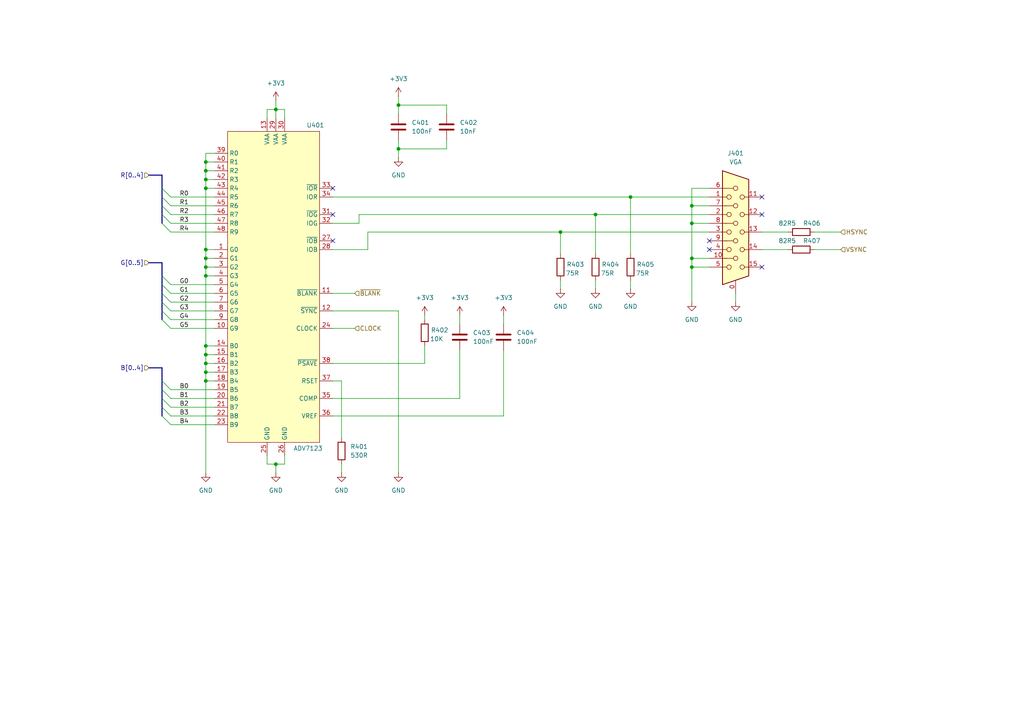
<source format=kicad_sch>
(kicad_sch (version 20250114) (generator "eeschema") (generator_version "9.0")
  (paper "A4")
  (title_block (title "Lattice ICE40HX8K Development board") (company "Stephen Moody"))
  (lib_symbols
    (symbol "Connector:DE15_Socket_HighDensity_MountingHoles" (pin_names (offset 1.016) (hide yes))
      (property "Reference" "J" (at 0 21.59 0))
      (property "Value" "DE15_Socket_HighDensity_MountingHoles" (at 0 19.05 0))
      (symbol "DE15_Socket_HighDensity_MountingHoles_0_1"
        (polyline (pts (xy -3.81 17.78) (xy -3.81 -15.24) (xy 3.81 -12.7) (xy 3.81 15.24) (xy -3.81 17.78)) (stroke (width 0.254)) (fill (type background)))
        (polyline (pts (xy -3.175 7.62) (xy -0.635 7.62)))
        (circle (center -1.905 10.16) (radius 0.635))
        (circle (center -1.905 5.08) (radius 0.635))
        (circle (center -1.905 0) (radius 0.635))
        (circle (center -1.905 -5.08) (radius 0.635))
        (circle (center -1.905 -10.16) (radius 0.635))
        (polyline (pts (xy -0.635 12.7) (xy -3.175 12.7)))
        (polyline (pts (xy -0.635 2.54) (xy -3.175 2.54)))
        (polyline (pts (xy -0.635 -2.54) (xy -3.175 -2.54)))
        (polyline (pts (xy -0.635 -7.62) (xy -3.175 -7.62)))
        (circle (center 0 12.7) (radius 0.635))
        (circle (center 0 7.62) (radius 0.635))
        (circle (center 0 2.54) (radius 0.635))
        (circle (center 0 -2.54) (radius 0.635))
        (circle (center 0 -7.62) (radius 0.635))
        (circle (center 1.905 10.16) (radius 0.635))
        (circle (center 1.905 5.08) (radius 0.635))
        (circle (center 1.905 0) (radius 0.635))
        (circle (center 1.905 -5.08) (radius 0.635))
        (circle (center 1.905 -10.16) (radius 0.635))
      )
      (symbol "DE15_Socket_HighDensity_MountingHoles_1_1"
        (pin passive line (at -7.62 12.7 0) (length 5.08) (name "~") (number "6"))
        (pin passive line (at -7.62 10.16 0) (length 5.08) (name "~") (number "1"))
        (pin passive line (at -7.62 7.62 0) (length 5.08) (name "~") (number "7"))
        (pin passive line (at -7.62 5.08 0) (length 5.08) (name "~") (number "2"))
        (pin passive line (at -7.62 2.54 0) (length 5.08) (name "~") (number "8"))
        (pin passive line (at -7.62 0 0) (length 5.08) (name "~") (number "3"))
        (pin passive line (at -7.62 -2.54 0) (length 5.08) (name "~") (number "9"))
        (pin passive line (at -7.62 -5.08 0) (length 5.08) (name "~") (number "4"))
        (pin passive line (at -7.62 -7.62 0) (length 5.08) (name "~") (number "10"))
        (pin passive line (at -7.62 -10.16 0) (length 5.08) (name "~") (number "5"))
        (pin passive line (at 0 -17.78 90) (length 3.81) (name "~") (number "0"))
        (pin passive line (at 7.62 10.16 180) (length 5.08) (name "~") (number "11"))
        (pin passive line (at 7.62 5.08 180) (length 5.08) (name "~") (number "12"))
        (pin passive line (at 7.62 0 180) (length 5.08) (name "~") (number "13"))
        (pin passive line (at 7.62 -5.08 180) (length 5.08) (name "~") (number "14"))
        (pin passive line (at 7.62 -10.16 180) (length 5.08) (name "~") (number "15"))
      )
    )
    (symbol "DevBoard:ADV7123KSTZ"
      (property "Reference" "U" (at 9.144 46.99 0))
      (property "Value" "ADV7123" (at 0 0 0))
      (symbol "ADV7123KSTZ_1_1"
        (rectangle (start -13.97 45.72) (end 12.7 -44.45) (fill (type background)))
        (pin input line (at -17.78 39.37 0) (length 3.81) (name "R0") (number "39"))
        (pin input line (at -17.78 36.83 0) (length 3.81) (name "R1") (number "40"))
        (pin input line (at -17.78 34.29 0) (length 3.81) (name "R2") (number "41"))
        (pin input line (at -17.78 31.75 0) (length 3.81) (name "R3") (number "42"))
        (pin input line (at -17.78 29.21 0) (length 3.81) (name "R4") (number "43"))
        (pin input line (at -17.78 26.67 0) (length 3.81) (name "R5") (number "44"))
        (pin input line (at -17.78 24.13 0) (length 3.81) (name "R6") (number "45"))
        (pin input line (at -17.78 21.59 0) (length 3.81) (name "R7") (number "46"))
        (pin input line (at -17.78 19.05 0) (length 3.81) (name "R8") (number "47"))
        (pin input line (at -17.78 16.51 0) (length 3.81) (name "R9") (number "48"))
        (pin input line (at -17.78 11.43 0) (length 3.81) (name "G0") (number "1"))
        (pin input line (at -17.78 8.89 0) (length 3.81) (name "G1") (number "2"))
        (pin input line (at -17.78 6.35 0) (length 3.81) (name "G2") (number "3"))
        (pin input line (at -17.78 3.81 0) (length 3.81) (name "G3") (number "4"))
        (pin input line (at -17.78 1.27 0) (length 3.81) (name "G4") (number "5"))
        (pin input line (at -17.78 -1.27 0) (length 3.81) (name "G5") (number "6"))
        (pin input line (at -17.78 -3.81 0) (length 3.81) (name "G6") (number "7"))
        (pin input line (at -17.78 -6.35 0) (length 3.81) (name "G7") (number "8"))
        (pin input line (at -17.78 -8.89 0) (length 3.81) (name "G8") (number "9"))
        (pin input line (at -17.78 -11.43 0) (length 3.81) (name "G9") (number "10"))
        (pin input line (at -17.78 -16.51 0) (length 3.81) (name "B0") (number "14"))
        (pin input line (at -17.78 -19.05 0) (length 3.81) (name "B1") (number "15"))
        (pin input line (at -17.78 -21.59 0) (length 3.81) (name "B2") (number "16"))
        (pin input line (at -17.78 -24.13 0) (length 3.81) (name "B3") (number "17"))
        (pin input line (at -17.78 -26.67 0) (length 3.81) (name "B4") (number "18"))
        (pin input line (at -17.78 -29.21 0) (length 3.81) (name "B5") (number "19"))
        (pin input line (at -17.78 -31.75 0) (length 3.81) (name "B6") (number "20"))
        (pin input line (at -17.78 -34.29 0) (length 3.81) (name "B7") (number "21"))
        (pin input line (at -17.78 -36.83 0) (length 3.81) (name "B8") (number "22"))
        (pin input line (at -17.78 -39.37 0) (length 3.81) (name "B9") (number "23"))
        (pin power_in line (at -2.54 49.53 270) (length 3.81) (name "VAA") (number "13"))
        (pin power_in line (at -2.54 -48.26 90) (length 3.81) (name "GND") (number "25"))
        (pin power_in line (at 0 49.53 270) (length 3.81) (name "VAA") (number "29"))
        (pin power_in line (at 2.54 49.53 270) (length 3.81) (name "VAA") (number "30"))
        (pin power_in line (at 2.54 -48.26 90) (length 3.81) (name "GND") (number "26"))
        (pin output line (at 16.51 29.21 180) (length 3.81) (name "~{IOR}") (number "33"))
        (pin output line (at 16.51 26.67 180) (length 3.81) (name "IOR") (number "34"))
        (pin output line (at 16.51 21.59 180) (length 3.81) (name "~{IOG}") (number "31"))
        (pin output line (at 16.51 19.05 180) (length 3.81) (name "IOG") (number "32"))
        (pin output line (at 16.51 13.97 180) (length 3.81) (name "~{IOB}") (number "27"))
        (pin output line (at 16.51 11.43 180) (length 3.81) (name "IOB") (number "28"))
        (pin input line (at 16.51 -1.27 180) (length 3.81) (name "~{BLANK}") (number "11"))
        (pin input line (at 16.51 -6.35 180) (length 3.81) (name "~{SYNC}") (number "12"))
        (pin input line (at 16.51 -11.43 180) (length 3.81) (name "CLOCK") (number "24"))
        (pin input line (at 16.51 -21.59 180) (length 3.81) (name "~{PSAVE}") (number "38"))
        (pin input line (at 16.51 -26.67 180) (length 3.81) (name "RSET") (number "37"))
        (pin passive line (at 16.51 -31.75 180) (length 3.81) (name "COMP") (number "35"))
        (pin output line (at 16.51 -36.83 180) (length 3.81) (name "VREF") (number "36"))
      )
    )
    (symbol "Device:C" (pin_numbers (hide yes)) (pin_names (offset 0.254))
      (property "Reference" "C" (at 0.635 2.54 0))
      (property "Value" "C" (at 0.635 -2.54 0))
      (symbol "C_0_1"
        (polyline (pts (xy -2.032 0.762) (xy 2.032 0.762)) (stroke (width 0.508)))
        (polyline (pts (xy -2.032 -0.762) (xy 2.032 -0.762)) (stroke (width 0.508)))
      )
      (symbol "C_1_1"
        (pin passive line (at 0 3.81 270) (length 2.794) (name "~") (number "1"))
        (pin passive line (at 0 -3.81 90) (length 2.794) (name "~") (number "2"))
      )
    )
    (symbol "Device:R" (pin_numbers (hide yes)) (pin_names (offset 0))
      (property "Reference" "R" (at 2.032 0 90))
      (property "Value" "R" (at 0 0 90))
      (symbol "R_0_1"
        (rectangle (start -1.016 -2.54) (end 1.016 2.54) (stroke (width 0.254)))
      )
      (symbol "R_1_1"
        (pin passive line (at 0 3.81 270) (length 1.27) (name "~") (number "1"))
        (pin passive line (at 0 -3.81 90) (length 1.27) (name "~") (number "2"))
      )
    )
    (symbol "power:+3V3" (power) (pin_numbers (hide yes)) (pin_names (offset 0) (hide yes))
      (property "Value" "+3V3" (at 0 3.556 0))
      (symbol "+3V3_0_1"
        (polyline (pts (xy -0.762 1.27) (xy 0 2.54)))
        (polyline (pts (xy 0 2.54) (xy 0.762 1.27)))
        (polyline (pts (xy 0 0) (xy 0 2.54)))
      )
      (symbol "+3V3_1_1"
        (pin power_in line (at 0 0 90) (length 0) (name "~") (number "1"))
      )
    )
    (symbol "power:GND" (power) (pin_numbers (hide yes)) (pin_names (offset 0) (hide yes))
      (property "Value" "GND" (at 0 -3.81 0))
      (symbol "GND_0_1"
        (polyline (pts (xy 0 0) (xy 0 -1.27) (xy 1.27 -1.27) (xy 0 -2.54) (xy -1.27 -1.27) (xy 0 -1.27)))
      )
      (symbol "GND_1_1"
        (pin power_in line (at 0 0 270) (length 0) (name "~") (number "1"))
      )
    )
  )
  (junction (at 59.69 110.49))
  (junction (at 59.69 46.99))
  (junction (at 182.88 57.15))
  (junction (at 59.69 105.41))
  (junction (at 59.69 102.87))
  (junction (at 200.66 74.93))
  (junction (at 115.57 43.18))
  (junction (at 80.01 134.62))
  (junction (at 59.69 107.95))
  (junction (at 59.69 100.33))
  (junction (at 200.66 59.69))
  (junction (at 162.56 67.31))
  (junction (at 80.01 31.75))
  (junction (at 59.69 72.39))
  (junction (at 59.69 54.61))
  (junction (at 172.72 62.23))
  (junction (at 59.69 80.01))
  (junction (at 59.69 74.93))
  (junction (at 200.66 77.47))
  (junction (at 59.69 77.47))
  (junction (at 200.66 64.77))
  (junction (at 59.69 52.07))
  (junction (at 115.57 30.48))
  (junction (at 59.69 49.53))
  (no_connect (at 96.52 62.23))
  (no_connect (at 220.98 57.15))
  (no_connect (at 220.98 77.47))
  (no_connect (at 220.98 62.23))
  (no_connect (at 96.52 69.85))
  (no_connect (at 205.74 69.85))
  (no_connect (at 96.52 54.61))
  (no_connect (at 205.74 72.39))
  (bus_entry (at 46.99 87.63) (size 2.54 2.54))
  (bus_entry (at 46.99 62.23) (size 2.54 2.54))
  (bus_entry (at 46.99 115.57) (size 2.54 2.54))
  (bus_entry (at 46.99 85.09) (size 2.54 2.54))
  (bus_entry (at 46.99 59.69) (size 2.54 2.54))
  (bus_entry (at 46.99 64.77) (size 2.54 2.54))
  (bus_entry (at 46.99 82.55) (size 2.54 2.54))
  (bus_entry (at 46.99 54.61) (size 2.54 2.54))
  (bus_entry (at 46.99 90.17) (size 2.54 2.54))
  (bus_entry (at 46.99 120.65) (size 2.54 2.54))
  (bus_entry (at 46.99 92.71) (size 2.54 2.54))
  (bus_entry (at 46.99 110.49) (size 2.54 2.54))
  (bus_entry (at 46.99 118.11) (size 2.54 2.54))
  (bus_entry (at 46.99 113.03) (size 2.54 2.54))
  (bus_entry (at 46.99 80.01) (size 2.54 2.54))
  (bus_entry (at 46.99 57.15) (size 2.54 2.54))
  (wire (pts (xy 80.01 134.62) (xy 80.01 137.16)))
  (wire (pts (xy 115.57 90.17) (xy 115.57 137.16)))
  (wire (pts (xy 236.22 72.39) (xy 243.84 72.39)))
  (bus (pts (xy 46.99 113.03) (xy 46.99 115.57)))
  (wire (pts (xy 59.69 46.99) (xy 59.69 49.53)))
  (wire (pts (xy 182.88 57.15) (xy 182.88 73.66)))
  (wire (pts (xy 80.01 31.75) (xy 77.47 31.75)))
  (bus (pts (xy 46.99 80.01) (xy 46.99 82.55)))
  (wire (pts (xy 162.56 67.31) (xy 162.56 73.66)))
  (wire (pts (xy 115.57 43.18) (xy 115.57 45.72)))
  (wire (pts (xy 82.55 134.62) (xy 82.55 132.08)))
  (bus (pts (xy 46.99 85.09) (xy 46.99 87.63)))
  (wire (pts (xy 59.69 107.95) (xy 62.23 107.95)))
  (wire (pts (xy 200.66 64.77) (xy 200.66 74.93)))
  (wire (pts (xy 59.69 77.47) (xy 62.23 77.47)))
  (wire (pts (xy 59.69 110.49) (xy 62.23 110.49)))
  (bus (pts (xy 43.18 106.68) (xy 46.99 106.68)))
  (wire (pts (xy 80.01 31.75) (xy 80.01 34.29)))
  (wire (pts (xy 129.54 40.64) (xy 129.54 43.18)))
  (wire (pts (xy 115.57 27.94) (xy 115.57 30.48)))
  (wire (pts (xy 104.14 62.23) (xy 172.72 62.23)))
  (wire (pts (xy 182.88 57.15) (xy 205.74 57.15)))
  (bus (pts (xy 46.99 54.61) (xy 46.99 57.15)))
  (wire (pts (xy 82.55 31.75) (xy 80.01 31.75)))
  (bus (pts (xy 46.99 115.57) (xy 46.99 118.11)))
  (wire (pts (xy 220.98 72.39) (xy 228.6 72.39)))
  (wire (pts (xy 59.69 44.45) (xy 59.69 46.99)))
  (wire (pts (xy 123.19 105.41) (xy 123.19 100.33)))
  (wire (pts (xy 49.53 59.69) (xy 62.23 59.69)))
  (wire (pts (xy 59.69 74.93) (xy 62.23 74.93)))
  (wire (pts (xy 96.52 105.41) (xy 123.19 105.41)))
  (wire (pts (xy 59.69 107.95) (xy 59.69 110.49)))
  (wire (pts (xy 59.69 52.07) (xy 59.69 54.61)))
  (wire (pts (xy 162.56 81.28) (xy 162.56 83.82)))
  (wire (pts (xy 99.06 110.49) (xy 99.06 127)))
  (wire (pts (xy 49.53 62.23) (xy 62.23 62.23)))
  (wire (pts (xy 133.35 91.44) (xy 133.35 93.98)))
  (wire (pts (xy 104.14 64.77) (xy 96.52 64.77)))
  (wire (pts (xy 96.52 110.49) (xy 99.06 110.49)))
  (bus (pts (xy 46.99 87.63) (xy 46.99 90.17)))
  (wire (pts (xy 205.74 64.77) (xy 200.66 64.77)))
  (wire (pts (xy 104.14 62.23) (xy 104.14 64.77)))
  (bus (pts (xy 43.18 76.2) (xy 46.99 76.2)))
  (wire (pts (xy 59.69 110.49) (xy 59.69 137.16)))
  (wire (pts (xy 200.66 77.47) (xy 200.66 87.63)))
  (bus (pts (xy 46.99 76.2) (xy 46.99 80.01)))
  (wire (pts (xy 205.74 54.61) (xy 200.66 54.61)))
  (wire (pts (xy 213.36 85.09) (xy 213.36 87.63)))
  (wire (pts (xy 200.66 54.61) (xy 200.66 59.69)))
  (bus (pts (xy 46.99 110.49) (xy 46.99 113.03)))
  (wire (pts (xy 96.52 85.09) (xy 102.87 85.09)))
  (wire (pts (xy 205.74 77.47) (xy 200.66 77.47)))
  (bus (pts (xy 46.99 62.23) (xy 46.99 64.77)))
  (wire (pts (xy 172.72 62.23) (xy 172.72 73.66)))
  (wire (pts (xy 49.53 92.71) (xy 62.23 92.71)))
  (wire (pts (xy 205.74 59.69) (xy 200.66 59.69)))
  (wire (pts (xy 59.69 105.41) (xy 59.69 107.95)))
  (bus (pts (xy 46.99 82.55) (xy 46.99 85.09)))
  (wire (pts (xy 96.52 90.17) (xy 115.57 90.17)))
  (wire (pts (xy 129.54 43.18) (xy 115.57 43.18)))
  (wire (pts (xy 59.69 54.61) (xy 62.23 54.61)))
  (wire (pts (xy 146.05 101.6) (xy 146.05 120.65)))
  (wire (pts (xy 59.69 72.39) (xy 62.23 72.39)))
  (wire (pts (xy 82.55 34.29) (xy 82.55 31.75)))
  (wire (pts (xy 59.69 49.53) (xy 59.69 52.07)))
  (wire (pts (xy 59.69 102.87) (xy 59.69 105.41)))
  (wire (pts (xy 49.53 90.17) (xy 62.23 90.17)))
  (wire (pts (xy 49.53 123.19) (xy 62.23 123.19)))
  (bus (pts (xy 46.99 118.11) (xy 46.99 120.65)))
  (wire (pts (xy 220.98 67.31) (xy 228.6 67.31)))
  (wire (pts (xy 59.69 49.53) (xy 62.23 49.53)))
  (wire (pts (xy 200.66 74.93) (xy 200.66 77.47)))
  (wire (pts (xy 59.69 77.47) (xy 59.69 80.01)))
  (wire (pts (xy 49.53 85.09) (xy 62.23 85.09)))
  (bus (pts (xy 43.18 50.8) (xy 46.99 50.8)))
  (wire (pts (xy 62.23 44.45) (xy 59.69 44.45)))
  (wire (pts (xy 162.56 67.31) (xy 205.74 67.31)))
  (wire (pts (xy 146.05 91.44) (xy 146.05 93.98)))
  (wire (pts (xy 99.06 134.62) (xy 99.06 137.16)))
  (wire (pts (xy 205.74 74.93) (xy 200.66 74.93)))
  (wire (pts (xy 106.68 72.39) (xy 96.52 72.39)))
  (wire (pts (xy 59.69 46.99) (xy 62.23 46.99)))
  (wire (pts (xy 59.69 100.33) (xy 59.69 102.87)))
  (wire (pts (xy 49.53 57.15) (xy 62.23 57.15)))
  (wire (pts (xy 123.19 91.44) (xy 123.19 92.71)))
  (wire (pts (xy 96.52 115.57) (xy 133.35 115.57)))
  (bus (pts (xy 46.99 106.68) (xy 46.99 110.49)))
  (wire (pts (xy 129.54 33.02) (xy 129.54 30.48)))
  (wire (pts (xy 96.52 57.15) (xy 182.88 57.15)))
  (wire (pts (xy 49.53 82.55) (xy 62.23 82.55)))
  (wire (pts (xy 59.69 80.01) (xy 62.23 80.01)))
  (bus (pts (xy 46.99 90.17) (xy 46.99 92.71)))
  (bus (pts (xy 46.99 57.15) (xy 46.99 59.69)))
  (wire (pts (xy 106.68 67.31) (xy 162.56 67.31)))
  (wire (pts (xy 106.68 67.31) (xy 106.68 72.39)))
  (wire (pts (xy 80.01 134.62) (xy 82.55 134.62)))
  (wire (pts (xy 77.47 132.08) (xy 77.47 134.62)))
  (wire (pts (xy 59.69 105.41) (xy 62.23 105.41)))
  (wire (pts (xy 49.53 113.03) (xy 62.23 113.03)))
  (wire (pts (xy 200.66 59.69) (xy 200.66 64.77)))
  (wire (pts (xy 172.72 62.23) (xy 205.74 62.23)))
  (wire (pts (xy 172.72 81.28) (xy 172.72 83.82)))
  (wire (pts (xy 96.52 120.65) (xy 146.05 120.65)))
  (wire (pts (xy 59.69 80.01) (xy 59.69 100.33)))
  (wire (pts (xy 115.57 30.48) (xy 115.57 33.02)))
  (wire (pts (xy 59.69 102.87) (xy 62.23 102.87)))
  (wire (pts (xy 49.53 115.57) (xy 62.23 115.57)))
  (wire (pts (xy 96.52 95.25) (xy 102.87 95.25)))
  (wire (pts (xy 129.54 30.48) (xy 115.57 30.48)))
  (wire (pts (xy 49.53 67.31) (xy 62.23 67.31)))
  (wire (pts (xy 77.47 134.62) (xy 80.01 134.62)))
  (wire (pts (xy 49.53 118.11) (xy 62.23 118.11)))
  (wire (pts (xy 49.53 64.77) (xy 62.23 64.77)))
  (wire (pts (xy 59.69 54.61) (xy 59.69 72.39)))
  (wire (pts (xy 59.69 74.93) (xy 59.69 77.47)))
  (bus (pts (xy 46.99 50.8) (xy 46.99 54.61)))
  (wire (pts (xy 59.69 72.39) (xy 59.69 74.93)))
  (wire (pts (xy 49.53 87.63) (xy 62.23 87.63)))
  (wire (pts (xy 236.22 67.31) (xy 243.84 67.31)))
  (wire (pts (xy 115.57 40.64) (xy 115.57 43.18)))
  (wire (pts (xy 49.53 120.65) (xy 62.23 120.65)))
  (wire (pts (xy 80.01 29.21) (xy 80.01 31.75)))
  (wire (pts (xy 133.35 115.57) (xy 133.35 101.6)))
  (wire (pts (xy 49.53 95.25) (xy 62.23 95.25)))
  (wire (pts (xy 59.69 52.07) (xy 62.23 52.07)))
  (wire (pts (xy 59.69 100.33) (xy 62.23 100.33)))
  (wire (pts (xy 182.88 81.28) (xy 182.88 83.82)))
  (wire (pts (xy 77.47 31.75) (xy 77.47 34.29)))
  (bus (pts (xy 46.99 59.69) (xy 46.99 62.23)))
  (label "B0" (at 52.07 113.03 0))
  (label "G2" (at 52.07 87.63 0))
  (label "G5" (at 52.07 95.25 0))
  (label "B1" (at 52.07 115.57 0))
  (label "G1" (at 52.07 85.09 0))
  (label "G3" (at 52.07 90.17 0))
  (label "R4" (at 52.07 67.31 0))
  (label "R1" (at 52.07 59.69 0))
  (label "B3" (at 52.07 120.65 0))
  (label "R3" (at 52.07 64.77 0))
  (label "R2" (at 52.07 62.23 0))
  (label "G0" (at 52.07 82.55 0))
  (label "R0" (at 52.07 57.15 0))
  (label "B2" (at 52.07 118.11 0))
  (label "B4" (at 52.07 123.19 0))
  (label "G4" (at 52.07 92.71 0))
  (hierarchical_label "VSYNC" (shape input) (at 243.84 72.39 0))
  (hierarchical_label "CLOCK" (shape input) (at 102.87 95.25 0))
  (hierarchical_label "G[0..5]" (shape input) (at 43.18 76.2 180))
  (hierarchical_label "B[0..4]" (shape input) (at 43.18 106.68 180))
  (hierarchical_label "HSYNC" (shape input) (at 243.84 67.31 0))
  (hierarchical_label "~{BLANK}" (shape input) (at 102.87 85.09 0))
  (hierarchical_label "R[0..4]" (shape input) (at 43.18 50.8 180))
  (symbol (lib_id "power:+3V3") (at 133.35 91.44 0) (unit 1)
    (property "Reference" "#PWR0409" (effects (hide yes)))
    (property "Value" "+3V3" (at 133.35 86.36 0))
    (property "Description" "Power symbol creates a global label with name \"+3V3\"" (effects (hide yes)))
  )
  (symbol (lib_id "power:+3V3") (at 115.57 27.94 0) (unit 1)
    (property "Reference" "#PWR0405" (effects (hide yes)))
    (property "Value" "+3V3" (at 115.57 22.86 0))
    (property "Description" "Power symbol creates a global label with name \"+3V3\"" (effects (hide yes)))
  )
  (symbol (lib_id "power:+3V3") (at 123.19 91.44 0) (unit 1)
    (property "Reference" "#PWR0408" (effects (hide yes)))
    (property "Value" "+3V3" (at 123.19 86.36 0))
    (property "Description" "Power symbol creates a global label with name \"+3V3\"" (effects (hide yes)))
  )
  (symbol (lib_id "Device:C") (at 129.54 36.83 0) (unit 1)
    (property "Reference" "C402" (at 133.35 35.5599 0) (effects (justify left)))
    (property "Value" "10nF" (at 133.35 38.0999 0) (effects (justify left)))
    (property "Footprint" "Capacitor_SMD:C_0805_2012Metric" (effects (hide yes)))
    (property "Description" "Unpolarized capacitor" (effects (hide yes)))
  )
  (symbol (lib_id "power:GND") (at 99.06 137.16 0) (unit 1)
    (property "Reference" "#PWR0404" (effects (hide yes)))
    (property "Value" "GND" (at 99.06 142.24 0))
    (property "Description" "Power symbol creates a global label with name \"GND\" , ground" (effects (hide yes)))
  )
  (symbol (lib_id "Device:R") (at 99.06 130.81 0) (unit 1)
    (property "Reference" "R401" (at 101.6 129.5399 0) (effects (justify left)))
    (property "Value" "530R" (at 101.6 132.0799 0) (effects (justify left)))
    (property "Footprint" "Resistor_SMD:R_0805_2012Metric" (effects (hide yes)))
    (property "Description" "Resistor" (effects (hide yes)))
  )
  (symbol (lib_id "power:GND") (at 172.72 83.82 0) (unit 1)
    (property "Reference" "#PWR0412" (effects (hide yes)))
    (property "Value" "GND" (at 172.72 88.9 0))
    (property "Description" "Power symbol creates a global label with name \"GND\" , ground" (effects (hide yes)))
  )
  (symbol (lib_id "Device:R") (at 123.19 96.52 0) (unit 1)
    (property "Reference" "R402" (at 124.968 95.758 0) (effects (justify left)))
    (property "Value" "10K" (at 124.714 98.298 0) (effects (justify left)))
    (property "Footprint" "Resistor_SMD:R_0805_2012Metric" (effects (hide yes)))
    (property "Description" "Resistor" (effects (hide yes)))
  )
  (symbol (lib_id "Device:C") (at 115.57 36.83 0) (unit 1)
    (property "Reference" "C401" (at 119.38 35.5599 0) (effects (justify left)))
    (property "Value" "100nF" (at 119.38 38.0999 0) (effects (justify left)))
    (property "Footprint" "Capacitor_SMD:C_0805_2012Metric" (effects (hide yes)))
    (property "Description" "Unpolarized capacitor" (effects (hide yes)))
  )
  (symbol (lib_id "Connector:DE15_Socket_HighDensity_MountingHoles") (at 213.36 67.31 0) (unit 1)
    (property "Reference" "J401" (at 213.36 44.45 0))
    (property "Value" "VGA" (at 213.36 46.99 0))
    (property "Footprint" "Connector_Dsub:DSUB-15-HD_Pins_Horizontal_P2.29x2.54mm_EdgePinOffset8.35mm_Housed_MountingHolesOffset10.89mm" (effects (hide yes)))
    (property "Description" "15-pin D-SUB connector, socket (female), High density (3 columns), Triple Row, Generic, VGA-connector, Mounting Hole" (effects (hide yes)))
  )
  (symbol (lib_id "power:GND") (at 182.88 83.82 0) (unit 1)
    (property "Reference" "#PWR0413" (effects (hide yes)))
    (property "Value" "GND" (at 182.88 88.9 0))
    (property "Description" "Power symbol creates a global label with name \"GND\" , ground" (effects (hide yes)))
  )
  (symbol (lib_id "Device:C") (at 146.05 97.79 0) (unit 1)
    (property "Reference" "C404" (at 149.86 96.5199 0) (effects (justify left)))
    (property "Value" "100nF" (at 149.86 99.0599 0) (effects (justify left)))
    (property "Footprint" "Capacitor_SMD:C_0805_2012Metric" (effects (hide yes)))
    (property "Description" "Unpolarized capacitor" (effects (hide yes)))
  )
  (symbol (lib_id "power:GND") (at 80.01 137.16 0) (unit 1)
    (property "Reference" "#PWR0403" (effects (hide yes)))
    (property "Value" "GND" (at 80.01 142.24 0))
    (property "Description" "Power symbol creates a global label with name \"GND\" , ground" (effects (hide yes)))
  )
  (symbol (lib_id "power:GND") (at 115.57 45.72 0) (unit 1)
    (property "Reference" "#PWR0406" (effects (hide yes)))
    (property "Value" "GND" (at 115.57 50.8 0))
    (property "Description" "Power symbol creates a global label with name \"GND\" , ground" (effects (hide yes)))
  )
  (symbol (lib_id "power:GND") (at 59.69 137.16 0) (unit 1)
    (property "Reference" "#PWR0401" (effects (hide yes)))
    (property "Value" "GND" (at 59.69 142.24 0))
    (property "Description" "Power symbol creates a global label with name \"GND\" , ground" (effects (hide yes)))
  )
  (symbol (lib_id "Device:R") (at 172.72 77.47 0) (unit 1)
    (property "Reference" "R404" (at 174.498 76.708 0) (effects (justify left)))
    (property "Value" "75R" (at 174.244 79.248 0) (effects (justify left)))
    (property "Footprint" "Resistor_SMD:R_0805_2012Metric" (effects (hide yes)))
    (property "Description" "Resistor" (effects (hide yes)))
  )
  (symbol (lib_id "power:GND") (at 200.66 87.63 0) (unit 1)
    (property "Reference" "#PWR0414" (effects (hide yes)))
    (property "Value" "GND" (at 200.66 92.71 0))
    (property "Description" "Power symbol creates a global label with name \"GND\" , ground" (effects (hide yes)))
  )
  (symbol (lib_id "Device:R") (at 232.41 67.31 90) (unit 1)
    (property "Reference" "R406" (at 235.458 64.77 90))
    (property "Value" "82R5" (at 228.346 64.77 90))
    (property "Footprint" "Resistor_SMD:R_0805_2012Metric" (effects (hide yes)))
    (property "Description" "Resistor" (effects (hide yes)))
  )
  (symbol (lib_id "Device:R") (at 182.88 77.47 0) (unit 1)
    (property "Reference" "R405" (at 184.658 76.708 0) (effects (justify left)))
    (property "Value" "75R" (at 184.404 79.248 0) (effects (justify left)))
    (property "Footprint" "Resistor_SMD:R_0805_2012Metric" (effects (hide yes)))
    (property "Description" "Resistor" (effects (hide yes)))
  )
  (symbol (lib_id "power:GND") (at 115.57 137.16 0) (unit 1)
    (property "Reference" "#PWR0407" (effects (hide yes)))
    (property "Value" "GND" (at 115.57 142.24 0))
    (property "Description" "Power symbol creates a global label with name \"GND\" , ground" (effects (hide yes)))
  )
  (symbol (lib_id "power:+3V3") (at 146.05 91.44 0) (unit 1)
    (property "Reference" "#PWR0410" (effects (hide yes)))
    (property "Value" "+3V3" (at 146.05 86.36 0))
    (property "Description" "Power symbol creates a global label with name \"+3V3\"" (effects (hide yes)))
  )
  (symbol (lib_id "DevBoard:ADV7123KSTZ") (at 80.01 83.82 0) (unit 1)
    (property "Reference" "U401" (at 88.9 36.322 0) (effects (justify left)))
    (property "Value" "ADV7123" (at 85.09 130.048 0) (effects (justify left)))
    (property "Footprint" "Package_QFP:LQFP-48_7x7mm_P0.5mm" (effects (hide yes)))
    (property "Description" "Triple 10-Bit High Speed Video DAC" (effects (hide yes)))
  )
  (symbol (lib_id "Device:R") (at 162.56 77.47 0) (unit 1)
    (property "Reference" "R403" (at 164.338 76.708 0) (effects (justify left)))
    (property "Value" "75R" (at 164.084 79.248 0) (effects (justify left)))
    (property "Footprint" "Resistor_SMD:R_0805_2012Metric" (effects (hide yes)))
    (property "Description" "Resistor" (effects (hide yes)))
  )
  (symbol (lib_id "Device:C") (at 133.35 97.79 0) (unit 1)
    (property "Reference" "C403" (at 137.16 96.5199 0) (effects (justify left)))
    (property "Value" "100nF" (at 137.16 99.0599 0) (effects (justify left)))
    (property "Footprint" "Capacitor_SMD:C_0805_2012Metric" (effects (hide yes)))
    (property "Description" "Unpolarized capacitor" (effects (hide yes)))
  )
  (symbol (lib_id "power:+3V3") (at 80.01 29.21 0) (unit 1)
    (property "Reference" "#PWR0402" (effects (hide yes)))
    (property "Value" "+3V3" (at 80.01 24.13 0))
    (property "Description" "Power symbol creates a global label with name \"+3V3\"" (effects (hide yes)))
  )
  (symbol (lib_id "Device:R") (at 232.41 72.39 90) (unit 1)
    (property "Reference" "R407" (at 235.458 69.85 90))
    (property "Value" "82R5" (at 228.346 69.85 90))
    (property "Footprint" "Resistor_SMD:R_0805_2012Metric" (effects (hide yes)))
    (property "Description" "Resistor" (effects (hide yes)))
  )
  (symbol (lib_id "power:GND") (at 162.56 83.82 0) (unit 1)
    (property "Reference" "#PWR0411" (effects (hide yes)))
    (property "Value" "GND" (at 162.56 88.9 0))
    (property "Description" "Power symbol creates a global label with name \"GND\" , ground" (effects (hide yes)))
  )
  (symbol (lib_id "power:GND") (at 213.36 87.63 0) (unit 1)
    (property "Reference" "#PWR0415" (effects (hide yes)))
    (property "Value" "GND" (at 213.36 92.71 0))
    (property "Description" "Power symbol creates a global label with name \"GND\" , ground" (effects (hide yes)))
  )
)
</source>
